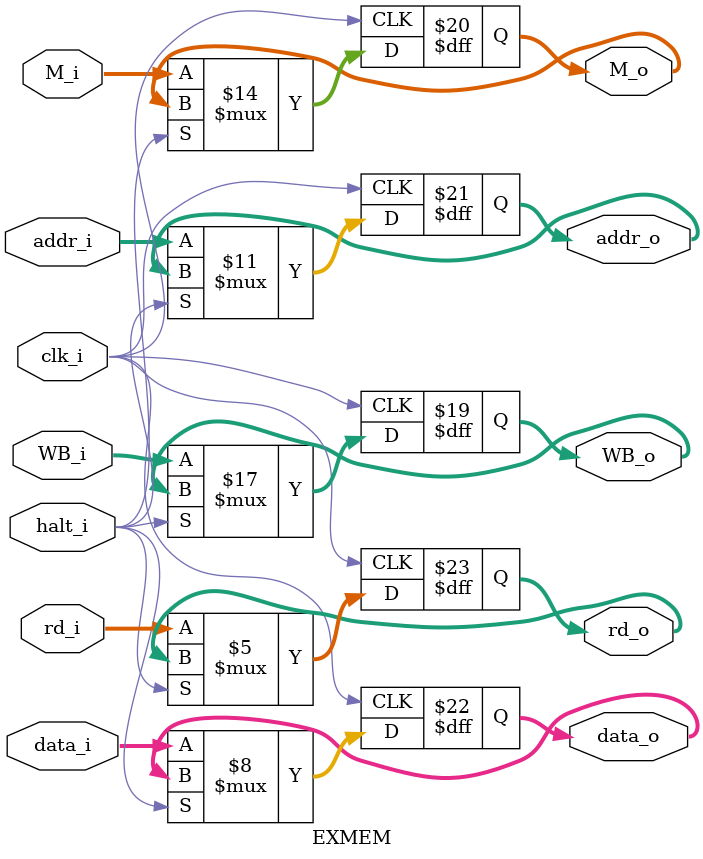
<source format=v>
module EXMEM
(
    clk_i,
	WB_i,
	M_i,
	addr_i,
	data_i,
	rd_i,
	halt_i,
    WB_o,
	M_o,
	addr_o,
	data_o,
	rd_o
);

// Ports
input				halt_i;
input               clk_i;
input	[1:0]       WB_i;
input   [1:0]       M_i;
input   [31:0]      addr_i;
input   [31:0]      data_i;
input	[4:0]		rd_i;
output	[1:0]		WB_o;
output	[1:0]		M_o;
output  [31:0]      addr_o;
output  [31:0]      data_o;
output	[4:0]		rd_o;

// Wires & Registers

reg		[1:0]		WB_o;
reg		[1:0]		M_o;
reg		[31:0]      addr_o;
reg		[31:0]      data_o;
reg		[4:0]		rd_o;

initial begin
#15
	WB_o = 0;
	M_o = 0;
	addr_o = 0;
	data_o = 0;
	rd_o = 0;
end

always@(posedge clk_i) begin
	if(~halt_i) begin
		WB_o <= WB_i;
		M_o <= M_i;
		addr_o <= addr_i;
		data_o <= data_i;
		rd_o <= rd_i;
	end
	else begin
		WB_o <= WB_o;
		M_o <= M_o;
		addr_o <= addr_o;
		data_o <= data_o;
		rd_o <= rd_o;
	end
end

endmodule

</source>
